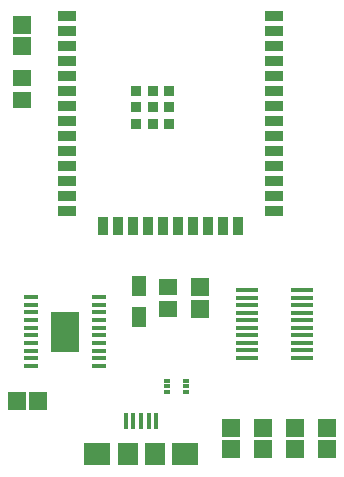
<source format=gtp>
G04*
G04 #@! TF.GenerationSoftware,Altium Limited,Altium Designer,22.3.1 (43)*
G04*
G04 Layer_Color=8421504*
%FSLAX25Y25*%
%MOIN*%
G70*
G04*
G04 #@! TF.SameCoordinates,2B40A856-6C47-4DC4-A76D-FC4A54A6A395*
G04*
G04*
G04 #@! TF.FilePolarity,Positive*
G04*
G01*
G75*
%ADD15R,0.05906X0.03543*%
%ADD16R,0.03543X0.05906*%
%ADD17R,0.03543X0.03543*%
%ADD18R,0.04921X0.06693*%
%ADD19O,0.07677X0.01575*%
%ADD20R,0.06127X0.05924*%
%ADD21R,0.05938X0.05534*%
%ADD22R,0.01937X0.01181*%
%ADD23R,0.09055X0.07480*%
%ADD24R,0.07087X0.07480*%
%ADD25R,0.01575X0.05512*%
G04:AMPARAMS|DCode=26|XSize=13.78mil|YSize=49.21mil|CornerRadius=2mil|HoleSize=0mil|Usage=FLASHONLY|Rotation=90.000|XOffset=0mil|YOffset=0mil|HoleType=Round|Shape=RoundedRectangle|*
%AMROUNDEDRECTD26*
21,1,0.01378,0.04522,0,0,90.0*
21,1,0.00978,0.04921,0,0,90.0*
1,1,0.00400,0.02261,0.00489*
1,1,0.00400,0.02261,-0.00489*
1,1,0.00400,-0.02261,-0.00489*
1,1,0.00400,-0.02261,0.00489*
%
%ADD26ROUNDEDRECTD26*%
G04:AMPARAMS|DCode=27|XSize=94.49mil|YSize=133.07mil|CornerRadius=1.89mil|HoleSize=0mil|Usage=FLASHONLY|Rotation=0.000|XOffset=0mil|YOffset=0mil|HoleType=Round|Shape=RoundedRectangle|*
%AMROUNDEDRECTD27*
21,1,0.09449,0.12929,0,0,0.0*
21,1,0.09071,0.13307,0,0,0.0*
1,1,0.00378,0.04535,-0.06465*
1,1,0.00378,-0.04535,-0.06465*
1,1,0.00378,-0.04535,0.06465*
1,1,0.00378,0.04535,0.06465*
%
%ADD27ROUNDEDRECTD27*%
%ADD28R,0.05924X0.06127*%
D15*
X46260Y142756D02*
D03*
Y137756D02*
D03*
Y132756D02*
D03*
Y127756D02*
D03*
Y122756D02*
D03*
Y117756D02*
D03*
Y112756D02*
D03*
Y107756D02*
D03*
Y102756D02*
D03*
Y97756D02*
D03*
Y92756D02*
D03*
Y87756D02*
D03*
Y82756D02*
D03*
Y77756D02*
D03*
X115157D02*
D03*
Y82756D02*
D03*
Y87756D02*
D03*
Y92756D02*
D03*
Y97756D02*
D03*
Y102756D02*
D03*
Y107756D02*
D03*
Y112756D02*
D03*
Y117756D02*
D03*
Y122756D02*
D03*
Y127756D02*
D03*
Y132756D02*
D03*
Y137756D02*
D03*
Y142756D02*
D03*
D16*
X58209Y72835D02*
D03*
X63209D02*
D03*
X68209D02*
D03*
X73209D02*
D03*
X78209D02*
D03*
X83209D02*
D03*
X88209D02*
D03*
X93209D02*
D03*
X98209D02*
D03*
X103209D02*
D03*
D17*
X69291Y117874D02*
D03*
X74803D02*
D03*
X80315D02*
D03*
X69291Y112362D02*
D03*
X74803D02*
D03*
X80315D02*
D03*
X69291Y106850D02*
D03*
X74803D02*
D03*
X80315D02*
D03*
D18*
X70276Y42323D02*
D03*
Y52953D02*
D03*
D19*
X124508Y28907D02*
D03*
Y31407D02*
D03*
Y33907D02*
D03*
Y36408D02*
D03*
Y38908D02*
D03*
Y41407D02*
D03*
Y43907D02*
D03*
Y46407D02*
D03*
Y48908D02*
D03*
Y51407D02*
D03*
X106201Y28907D02*
D03*
Y31407D02*
D03*
Y33907D02*
D03*
Y36408D02*
D03*
Y38908D02*
D03*
Y41407D02*
D03*
Y43907D02*
D03*
Y46407D02*
D03*
Y48908D02*
D03*
Y51407D02*
D03*
D20*
X100787Y-1578D02*
D03*
Y5515D02*
D03*
X111417Y-1578D02*
D03*
Y5515D02*
D03*
X90551Y52365D02*
D03*
Y45272D02*
D03*
X31299Y139767D02*
D03*
Y132674D02*
D03*
X132677Y5515D02*
D03*
Y-1578D02*
D03*
X122047Y5515D02*
D03*
Y-1578D02*
D03*
D21*
X79921Y45172D02*
D03*
Y52465D02*
D03*
X31299Y114857D02*
D03*
Y122151D02*
D03*
D22*
X85961Y17323D02*
D03*
Y19291D02*
D03*
Y21260D02*
D03*
X79394D02*
D03*
Y19291D02*
D03*
Y17323D02*
D03*
D23*
X85630Y-3347D02*
D03*
X56102D02*
D03*
D24*
X75394D02*
D03*
X66339D02*
D03*
D25*
X75984Y7874D02*
D03*
X73425D02*
D03*
X70866D02*
D03*
X68307D02*
D03*
X65748D02*
D03*
D26*
X34154Y49114D02*
D03*
Y46555D02*
D03*
Y43996D02*
D03*
Y41437D02*
D03*
Y38878D02*
D03*
Y36319D02*
D03*
Y33760D02*
D03*
Y31201D02*
D03*
Y28642D02*
D03*
Y26083D02*
D03*
X56791Y49114D02*
D03*
Y46555D02*
D03*
Y43996D02*
D03*
Y41437D02*
D03*
Y38878D02*
D03*
Y36319D02*
D03*
Y33760D02*
D03*
Y31201D02*
D03*
Y28642D02*
D03*
Y26083D02*
D03*
D27*
X45472Y37598D02*
D03*
D28*
X29524Y14370D02*
D03*
X36617D02*
D03*
M02*

</source>
